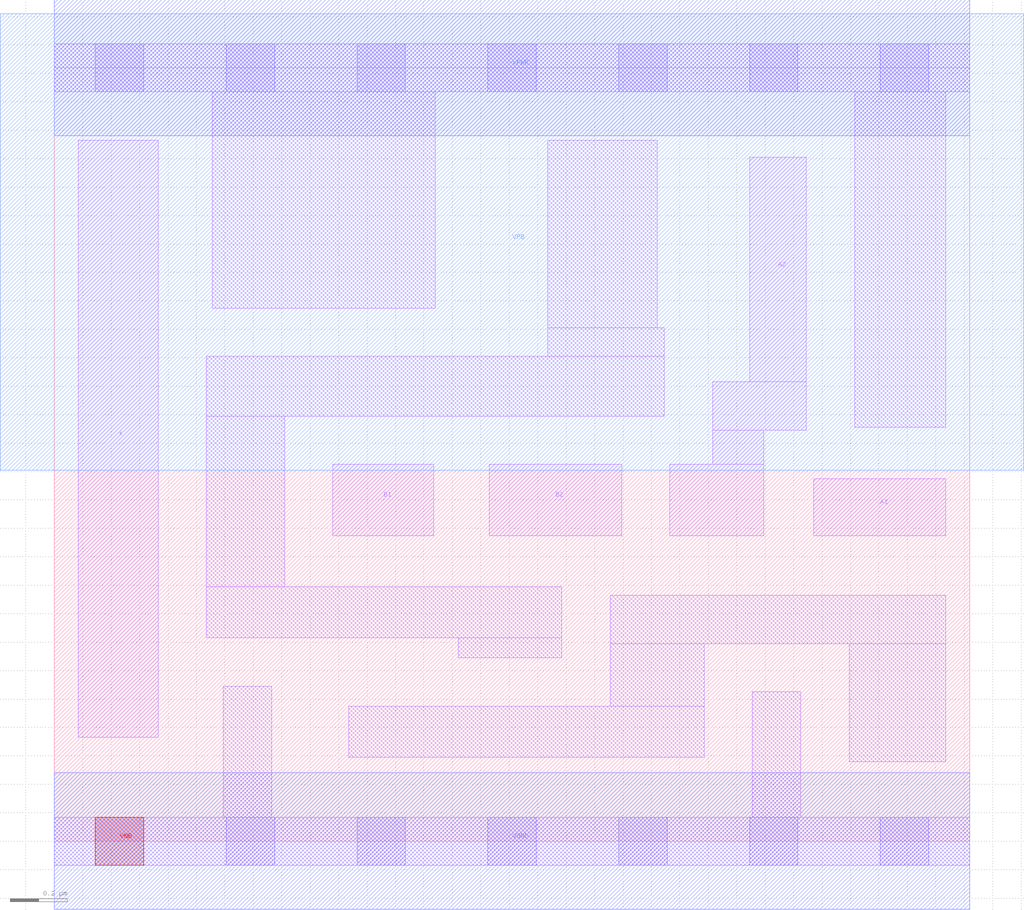
<source format=lef>
# Copyright 2020 The SkyWater PDK Authors
#
# Licensed under the Apache License, Version 2.0 (the "License");
# you may not use this file except in compliance with the License.
# You may obtain a copy of the License at
#
#     https://www.apache.org/licenses/LICENSE-2.0
#
# Unless required by applicable law or agreed to in writing, software
# distributed under the License is distributed on an "AS IS" BASIS,
# WITHOUT WARRANTIES OR CONDITIONS OF ANY KIND, either express or implied.
# See the License for the specific language governing permissions and
# limitations under the License.
#
# SPDX-License-Identifier: Apache-2.0

VERSION 5.7 ;
  NOWIREEXTENSIONATPIN ON ;
  DIVIDERCHAR "/" ;
  BUSBITCHARS "[]" ;
MACRO sky130_fd_sc_hd__o22a_1
  CLASS CORE ;
  FOREIGN sky130_fd_sc_hd__o22a_1 ;
  ORIGIN  0.000000  0.000000 ;
  SIZE  3.220000 BY  2.720000 ;
  SYMMETRY X Y R90 ;
  SITE unithd ;
  PIN A1
    ANTENNAGATEAREA  0.247500 ;
    DIRECTION INPUT ;
    USE SIGNAL ;
    PORT
      LAYER li1 ;
        RECT 2.670000 1.075000 3.135000 1.275000 ;
    END
  END A1
  PIN A2
    ANTENNAGATEAREA  0.247500 ;
    DIRECTION INPUT ;
    USE SIGNAL ;
    PORT
      LAYER li1 ;
        RECT 2.165000 1.075000 2.495000 1.325000 ;
        RECT 2.315000 1.325000 2.495000 1.445000 ;
        RECT 2.315000 1.445000 2.645000 1.615000 ;
        RECT 2.445000 1.615000 2.645000 2.405000 ;
    END
  END A2
  PIN B1
    ANTENNAGATEAREA  0.247500 ;
    DIRECTION INPUT ;
    USE SIGNAL ;
    PORT
      LAYER li1 ;
        RECT 0.980000 1.075000 1.335000 1.325000 ;
    END
  END B1
  PIN B2
    ANTENNAGATEAREA  0.247500 ;
    DIRECTION INPUT ;
    USE SIGNAL ;
    PORT
      LAYER li1 ;
        RECT 1.530000 1.075000 1.995000 1.325000 ;
    END
  END B2
  PIN X
    ANTENNADIFFAREA  0.449000 ;
    DIRECTION OUTPUT ;
    USE SIGNAL ;
    PORT
      LAYER li1 ;
        RECT 0.085000 0.365000 0.365000 2.465000 ;
    END
  END X
  PIN VGND
    DIRECTION INOUT ;
    SHAPE ABUTMENT ;
    USE GROUND ;
    PORT
      LAYER met1 ;
        RECT 0.000000 -0.240000 3.220000 0.240000 ;
    END
  END VGND
  PIN VNB
    DIRECTION INOUT ;
    USE GROUND ;
    PORT
      LAYER pwell ;
        RECT 0.145000 -0.085000 0.315000 0.085000 ;
    END
  END VNB
  PIN VPB
    DIRECTION INOUT ;
    USE POWER ;
    PORT
      LAYER nwell ;
        RECT -0.190000 1.305000 3.410000 2.910000 ;
    END
  END VPB
  PIN VPWR
    DIRECTION INOUT ;
    SHAPE ABUTMENT ;
    USE POWER ;
    PORT
      LAYER met1 ;
        RECT 0.000000 2.480000 3.220000 2.960000 ;
    END
  END VPWR
  OBS
    LAYER li1 ;
      RECT 0.000000 -0.085000 3.220000 0.085000 ;
      RECT 0.000000  2.635000 3.220000 2.805000 ;
      RECT 0.535000  0.715000 1.785000 0.895000 ;
      RECT 0.535000  0.895000 0.810000 1.495000 ;
      RECT 0.535000  1.495000 2.145000 1.705000 ;
      RECT 0.555000  1.875000 1.340000 2.635000 ;
      RECT 0.595000  0.085000 0.765000 0.545000 ;
      RECT 1.035000  0.295000 2.285000 0.475000 ;
      RECT 1.420000  0.645000 1.785000 0.715000 ;
      RECT 1.735000  1.705000 2.145000 1.805000 ;
      RECT 1.735000  1.805000 2.120000 2.465000 ;
      RECT 1.955000  0.475000 2.285000 0.695000 ;
      RECT 1.955000  0.695000 3.135000 0.865000 ;
      RECT 2.455000  0.085000 2.625000 0.525000 ;
      RECT 2.795000  0.280000 3.135000 0.695000 ;
      RECT 2.815000  1.455000 3.135000 2.635000 ;
    LAYER mcon ;
      RECT 0.145000 -0.085000 0.315000 0.085000 ;
      RECT 0.145000  2.635000 0.315000 2.805000 ;
      RECT 0.605000 -0.085000 0.775000 0.085000 ;
      RECT 0.605000  2.635000 0.775000 2.805000 ;
      RECT 1.065000 -0.085000 1.235000 0.085000 ;
      RECT 1.065000  2.635000 1.235000 2.805000 ;
      RECT 1.525000 -0.085000 1.695000 0.085000 ;
      RECT 1.525000  2.635000 1.695000 2.805000 ;
      RECT 1.985000 -0.085000 2.155000 0.085000 ;
      RECT 1.985000  2.635000 2.155000 2.805000 ;
      RECT 2.445000 -0.085000 2.615000 0.085000 ;
      RECT 2.445000  2.635000 2.615000 2.805000 ;
      RECT 2.905000 -0.085000 3.075000 0.085000 ;
      RECT 2.905000  2.635000 3.075000 2.805000 ;
  END
END sky130_fd_sc_hd__o22a_1
END LIBRARY

</source>
